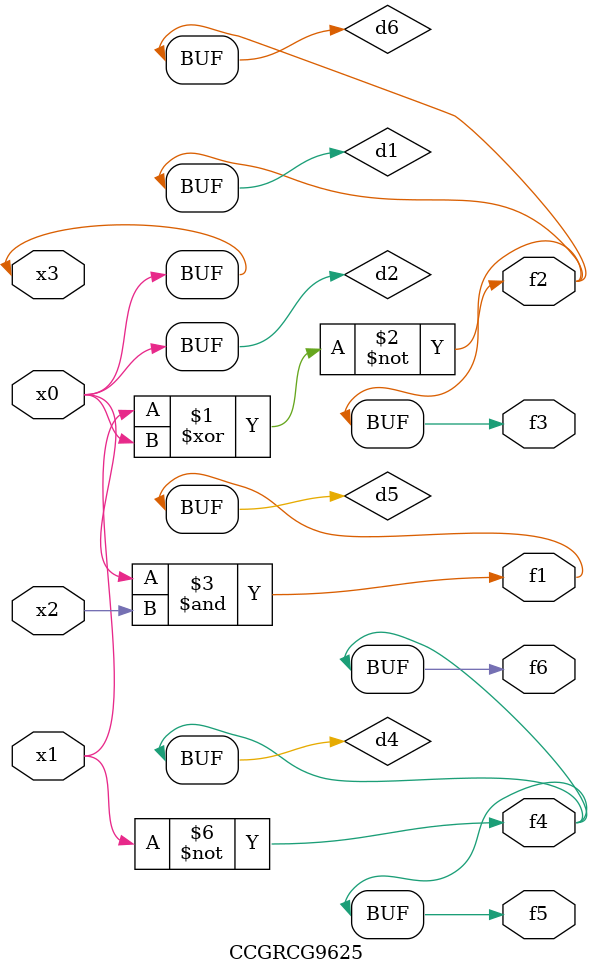
<source format=v>
module CCGRCG9625(
	input x0, x1, x2, x3,
	output f1, f2, f3, f4, f5, f6
);

	wire d1, d2, d3, d4, d5, d6;

	xnor (d1, x1, x3);
	buf (d2, x0, x3);
	nand (d3, x0, x2);
	not (d4, x1);
	nand (d5, d3);
	or (d6, d1);
	assign f1 = d5;
	assign f2 = d6;
	assign f3 = d6;
	assign f4 = d4;
	assign f5 = d4;
	assign f6 = d4;
endmodule

</source>
